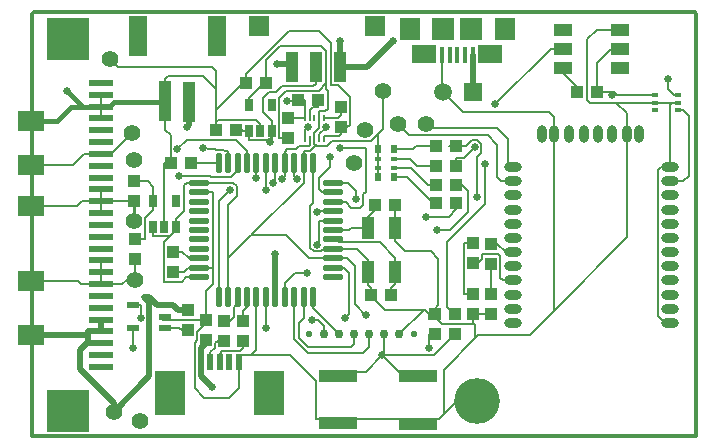
<source format=gtl>
G04 Layer_Physical_Order=1*
G04 Layer_Color=255*
%FSLAX25Y25*%
%MOIN*%
G70*
G01*
G75*
%ADD10C,0.03000*%
%ADD11R,0.07874X0.02402*%
%ADD12R,0.14173X0.14173*%
%ADD13R,0.05906X0.13386*%
%ADD14R,0.03937X0.13780*%
%ADD15R,0.02362X0.01654*%
%ADD16R,0.00886X0.02362*%
%ADD17R,0.02559X0.03937*%
%ADD18O,0.03150X0.05906*%
%ADD19O,0.05906X0.03150*%
%ADD20R,0.04331X0.03937*%
%ADD21R,0.03937X0.04331*%
%ADD22R,0.05906X0.03937*%
%ADD23R,0.09843X0.14961*%
%ADD24R,0.01969X0.05512*%
%ADD25R,0.12598X0.03937*%
%ADD26R,0.07087X0.07480*%
%ADD27R,0.07480X0.07480*%
%ADD28R,0.08268X0.06299*%
%ADD29R,0.01575X0.05315*%
%ADD30R,0.04134X0.02362*%
%ADD31R,0.03937X0.10039*%
%ADD32R,0.06693X0.06693*%
%ADD33R,0.02362X0.02559*%
%ADD34R,0.02362X0.01772*%
%ADD35R,0.04331X0.07480*%
%ADD36O,0.06890X0.02165*%
%ADD37O,0.02165X0.06890*%
%ADD38C,0.00800*%
%ADD39C,0.01600*%
%ADD40C,0.02000*%
%ADD41C,0.01000*%
%ADD42C,0.01200*%
%ADD43R,0.09000X0.07000*%
%ADD44C,0.05512*%
%ADD45R,0.05906X0.05906*%
%ADD46C,0.05906*%
%ADD47C,0.02500*%
%ADD48C,0.02100*%
%ADD49C,0.15201*%
D10*
X208478Y133219D02*
D03*
X203482Y133210D02*
D03*
X213481Y133218D02*
D03*
X223485Y133215D02*
D03*
X218482Y133216D02*
D03*
X228486Y133217D02*
D03*
D11*
X128929Y122389D02*
D03*
Y126334D02*
D03*
Y146044D02*
D03*
Y142102D02*
D03*
Y185462D02*
D03*
Y165753D02*
D03*
Y169695D02*
D03*
Y161811D02*
D03*
X128929Y189443D02*
D03*
Y201269D02*
D03*
Y197327D02*
D03*
Y217037D02*
D03*
Y193385D02*
D03*
X128929Y157869D02*
D03*
Y153927D02*
D03*
Y149985D02*
D03*
Y181521D02*
D03*
Y177579D02*
D03*
Y173637D02*
D03*
X128929Y213095D02*
D03*
Y209153D02*
D03*
Y205211D02*
D03*
X128929Y138160D02*
D03*
Y134218D02*
D03*
Y130276D02*
D03*
D12*
X117906Y231614D02*
D03*
Y107795D02*
D03*
D13*
X167593Y232672D02*
D03*
X141232Y232677D02*
D03*
D14*
X150476Y210842D02*
D03*
X158362Y210837D02*
D03*
D15*
X321339Y207941D02*
D03*
Y210500D02*
D03*
Y213059D02*
D03*
X313858Y207941D02*
D03*
Y210500D02*
D03*
Y213059D02*
D03*
D16*
X203350Y198349D02*
D03*
X201780Y198343D02*
D03*
X200206Y198342D02*
D03*
X197060Y198339D02*
D03*
X198634Y198340D02*
D03*
X198632Y205420D02*
D03*
X197058Y205420D02*
D03*
X200205Y205423D02*
D03*
X201779Y205423D02*
D03*
X203349Y205430D02*
D03*
D17*
X185906Y201102D02*
D03*
X182165D02*
D03*
X178425D02*
D03*
X185906Y209567D02*
D03*
X178425D02*
D03*
X146425Y177567D02*
D03*
X153906D02*
D03*
X146425Y169102D02*
D03*
X150165D02*
D03*
X153906D02*
D03*
D18*
X299326Y199994D02*
D03*
X308381D02*
D03*
X289877D02*
D03*
X294602D02*
D03*
X276098D02*
D03*
X285153D02*
D03*
X304444D02*
D03*
X280035D02*
D03*
D19*
X266255Y137002D02*
D03*
Y141726D02*
D03*
Y146450D02*
D03*
Y151175D02*
D03*
Y155899D02*
D03*
Y160624D02*
D03*
Y165348D02*
D03*
Y170072D02*
D03*
Y174797D02*
D03*
Y179521D02*
D03*
Y184246D02*
D03*
Y188970D02*
D03*
X318617D02*
D03*
Y184246D02*
D03*
Y179521D02*
D03*
Y174797D02*
D03*
Y170072D02*
D03*
Y165348D02*
D03*
Y160624D02*
D03*
Y155899D02*
D03*
Y151175D02*
D03*
Y146450D02*
D03*
Y141726D02*
D03*
Y137002D02*
D03*
D20*
X158945Y190500D02*
D03*
X152252D02*
D03*
X294445Y214000D02*
D03*
X287752D02*
D03*
X247445Y189500D02*
D03*
X240752D02*
D03*
X247445Y196000D02*
D03*
X240752D02*
D03*
X201445Y211500D02*
D03*
X194752D02*
D03*
X183945Y217000D02*
D03*
X177252D02*
D03*
X173945Y201500D02*
D03*
X167252D02*
D03*
X225748Y146500D02*
D03*
X219055D02*
D03*
X240752Y177000D02*
D03*
X247445D02*
D03*
X240752Y183000D02*
D03*
X247445D02*
D03*
X220252Y176500D02*
D03*
X226945D02*
D03*
D21*
X247000Y139945D02*
D03*
Y133252D02*
D03*
X140500Y164945D02*
D03*
Y158252D02*
D03*
X140000Y177555D02*
D03*
Y184248D02*
D03*
X259000Y163445D02*
D03*
Y156752D02*
D03*
X158000Y134555D02*
D03*
Y141248D02*
D03*
X253000Y157055D02*
D03*
Y163748D02*
D03*
X259000Y140055D02*
D03*
Y146748D02*
D03*
X253000Y140055D02*
D03*
Y146748D02*
D03*
X240500Y139945D02*
D03*
Y133252D02*
D03*
X191500Y198555D02*
D03*
Y205248D02*
D03*
X209000Y208945D02*
D03*
Y202252D02*
D03*
X164000Y131252D02*
D03*
Y137945D02*
D03*
X176500Y137748D02*
D03*
Y131055D02*
D03*
X170000Y137748D02*
D03*
Y131055D02*
D03*
X153000Y160748D02*
D03*
Y154055D02*
D03*
D22*
X302176Y222115D02*
D03*
X302176Y228413D02*
D03*
X302177Y234712D02*
D03*
X282879Y234713D02*
D03*
X282879Y228414D02*
D03*
X282878Y222116D02*
D03*
D23*
X152137Y113790D02*
D03*
X185192Y113778D02*
D03*
D24*
X165537Y123889D02*
D03*
X162387Y123889D02*
D03*
X168687Y123888D02*
D03*
X174986Y123887D02*
D03*
X171836Y123888D02*
D03*
D25*
X234671Y103507D02*
D03*
X234670Y119257D02*
D03*
X207890Y119261D02*
D03*
X207892Y103511D02*
D03*
D26*
X232060Y234873D02*
D03*
X263568Y234879D02*
D03*
D27*
X243086Y234873D02*
D03*
X252536Y234876D02*
D03*
D28*
X236784Y226802D02*
D03*
X258838Y226817D02*
D03*
D29*
X245247Y226314D02*
D03*
X242689Y226311D02*
D03*
X247807Y226316D02*
D03*
X250365Y226319D02*
D03*
X252932Y226323D02*
D03*
D30*
X150478Y135458D02*
D03*
X150471Y139164D02*
D03*
X150462Y142895D02*
D03*
X139840Y142906D02*
D03*
X139857Y135469D02*
D03*
D31*
X208565Y222264D02*
D03*
X200681Y222266D02*
D03*
X192805Y222265D02*
D03*
D32*
X220252Y235963D02*
D03*
X181675Y235936D02*
D03*
D33*
X221444Y185545D02*
D03*
X221443Y194986D02*
D03*
X226569Y194982D02*
D03*
X226569Y185541D02*
D03*
D34*
X221441Y188690D02*
D03*
X221441Y191838D02*
D03*
X226567Y191834D02*
D03*
X226566Y188686D02*
D03*
D35*
X227083Y154059D02*
D03*
Y168724D02*
D03*
X217929D02*
D03*
Y154157D02*
D03*
D36*
X161756Y152252D02*
D03*
Y155402D02*
D03*
Y158551D02*
D03*
Y161701D02*
D03*
Y164850D02*
D03*
Y168000D02*
D03*
Y171150D02*
D03*
Y174299D02*
D03*
Y177449D02*
D03*
Y180598D02*
D03*
Y183748D02*
D03*
X206244D02*
D03*
Y180598D02*
D03*
Y177449D02*
D03*
Y174299D02*
D03*
Y171150D02*
D03*
Y168000D02*
D03*
Y164850D02*
D03*
Y161701D02*
D03*
Y158551D02*
D03*
Y155402D02*
D03*
Y152252D02*
D03*
D37*
X168252Y190244D02*
D03*
X171402D02*
D03*
X174551D02*
D03*
X177701D02*
D03*
X180850D02*
D03*
X184000D02*
D03*
X187150D02*
D03*
X190299D02*
D03*
X193449D02*
D03*
X196598D02*
D03*
X199748D02*
D03*
Y145756D02*
D03*
X196598D02*
D03*
X193449D02*
D03*
X190299D02*
D03*
X187150D02*
D03*
X184000D02*
D03*
X180850D02*
D03*
X177701D02*
D03*
X174551D02*
D03*
X171402D02*
D03*
X168252D02*
D03*
D38*
X243237Y106644D02*
X247593Y111000D01*
X254500D01*
X244500Y142445D02*
Y164125D01*
Y142445D02*
X247000Y139945D01*
X243237Y121500D02*
X253600Y131863D01*
X243237Y106644D02*
Y121500D01*
X254837Y133100D01*
X253000Y137100D02*
X253321Y136779D01*
X253600Y136500D01*
X242665Y136779D02*
X253321D01*
X222800Y126300D02*
X240048D01*
X247000Y133252D01*
X237500Y172500D02*
X245000D01*
X247445Y174945D01*
Y177000D01*
X245500Y168000D02*
X251500Y174000D01*
X241000Y168000D02*
X245500D01*
X211252Y183748D02*
X214000Y181000D01*
Y178500D02*
Y181000D01*
X206244Y183748D02*
X211252D01*
X216500Y180000D02*
X217300Y180800D01*
X216500Y176500D02*
Y180000D01*
X215500Y175500D02*
X216500Y176500D01*
X212500Y175500D02*
X215500D01*
X210551Y177449D02*
X212500Y175500D01*
X206244Y177449D02*
X210551D01*
X217929Y168724D02*
Y172500D01*
X220252Y174823D01*
Y176500D01*
X217300Y180800D02*
Y195200D01*
X251500Y174000D02*
Y181000D01*
X249500Y183000D02*
X251500Y181000D01*
X247445Y183000D02*
X249500D01*
X254500Y179000D02*
Y192300D01*
X255850Y193650D01*
X244500Y164125D02*
X257000Y176625D01*
Y190000D01*
X190299Y150299D02*
X193650Y153650D01*
X197650D01*
X190299Y145756D02*
Y150299D01*
X255850Y193650D02*
Y196532D01*
X254532Y197850D02*
X255850Y196532D01*
X252668Y197850D02*
X254532D01*
X250818Y196000D02*
X252668Y197850D01*
X247445Y196000D02*
X250818D01*
X199500Y138100D02*
X199600Y138000D01*
X201500D01*
X203482Y136018D01*
Y133210D02*
Y136018D01*
X213667Y143333D02*
X217500Y139500D01*
X222800Y126300D02*
X223485Y126985D01*
Y133215D01*
X223714Y141500D02*
X236769D01*
X236945D01*
X228486Y133217D02*
X236769Y141500D01*
X218482Y128982D02*
Y133216D01*
X216500Y127000D02*
X218482Y128982D01*
X198000Y127000D02*
X216500D01*
X193449Y131551D02*
X198000Y127000D01*
X193449Y131551D02*
Y145756D01*
X196598Y138598D02*
Y145756D01*
X195000Y137000D02*
X196598Y138598D01*
X195000Y132000D02*
Y137000D01*
Y132000D02*
X198000Y129000D01*
X212500D01*
X213481Y129981D01*
Y133218D01*
X199748Y141949D02*
Y145756D01*
Y141949D02*
X208478Y133219D01*
X240000Y141500D02*
X241500Y143000D01*
X240945Y138500D02*
X242665Y136779D01*
X238500Y138500D02*
Y139945D01*
Y138500D02*
X240945D01*
X241500Y143000D02*
Y158451D01*
X236945Y141500D02*
X238500Y139945D01*
X219055Y146158D02*
Y148700D01*
Y146158D02*
X223714Y141500D01*
X221204Y105007D02*
X241600D01*
X253000Y137100D02*
Y140055D01*
X241600Y105007D02*
X243237Y106644D01*
X319400Y210400D02*
X321339Y210500D01*
X239700Y177000D02*
X240752D01*
X231159Y185541D02*
X239700Y177000D01*
X226569Y185541D02*
X231159D01*
X238100Y183000D02*
X240752D01*
X232414Y188686D02*
X238100Y183000D01*
X226566Y188686D02*
X232414D01*
X234400Y189500D02*
X240752D01*
X232066Y191834D02*
X234400Y189500D01*
X226567Y191834D02*
X232066D01*
X234118Y196000D02*
X240752D01*
X233100Y194982D02*
X234118Y196000D01*
X226569Y194982D02*
X233100D01*
X225748Y145500D02*
Y148600D01*
X227083Y149935D01*
Y154059D01*
X206244Y164850D02*
X207400D01*
X208350Y163900D01*
X221883D01*
X227083Y158700D01*
Y154059D02*
Y158700D01*
X212424Y168724D02*
X217929D01*
X211700Y168000D02*
X212424Y168724D01*
X206244Y168000D02*
X211700D01*
X163656Y190244D02*
X168252D01*
X163400Y190500D02*
X163656Y190244D01*
X158945Y190500D02*
X163400D01*
X177701Y142301D02*
Y145756D01*
X176500Y141100D02*
X177701Y142301D01*
X176500Y137748D02*
Y141100D01*
X174551Y143400D02*
Y145756D01*
X173500Y142349D02*
X174551Y143400D01*
X173500Y139148D02*
Y142349D01*
X172100Y137748D02*
X173500Y139148D01*
X170000Y137748D02*
X172100D01*
X158397Y158551D02*
X161756D01*
X156200Y160748D02*
X158397Y158551D01*
X153000Y160748D02*
X156200D01*
X238500Y128600D02*
Y133252D01*
X184000Y135400D02*
Y145756D01*
X140000Y184248D02*
X144577D01*
X146425Y182400D01*
Y177567D02*
Y182400D01*
Y174725D02*
Y177567D01*
X143800Y172100D02*
X146425Y174725D01*
X143800Y164945D02*
Y172100D01*
X140500Y164945D02*
X143800D01*
X320000Y213059D02*
X321339D01*
X318100Y214959D02*
X320000Y213059D01*
X318100Y214959D02*
Y218300D01*
X186425Y183575D02*
X187150Y184300D01*
Y190244D01*
X176500Y128800D02*
Y131055D01*
X175344Y127644D02*
X176500Y128800D01*
X169531Y127644D02*
X175344D01*
X168687Y126800D02*
X169531Y127644D01*
X168687Y123888D02*
Y126800D01*
X168000Y131055D02*
X170000D01*
X167137Y130192D02*
X168000Y131055D01*
X167137Y128800D02*
Y130192D01*
X165537Y127200D02*
X167137Y128800D01*
X165537Y123889D02*
Y127200D01*
X278900Y228414D02*
X282879D01*
X260486Y210000D02*
X278900Y228414D01*
X163150Y195300D02*
X171402Y194400D01*
Y190244D02*
Y194400D01*
X174551Y187900D02*
Y190244D01*
X172351Y185700D02*
X174551Y187900D01*
X165700Y185700D02*
X172351D01*
X165500Y185900D02*
X165700Y185700D01*
X155200Y185900D02*
X165500D01*
X139700Y135469D02*
X139857D01*
X203350Y198349D02*
Y199450D01*
X208450D02*
X209000Y200000D01*
Y202252D01*
X211200D01*
X212000Y203052D01*
Y212200D01*
X208000Y216200D02*
X212000Y212200D01*
X205596Y216200D02*
X208000D01*
X205596D02*
Y230400D01*
X201796Y234200D02*
X205596Y230400D01*
X191600Y234200D02*
X201796D01*
X177252Y219852D02*
X191600Y234200D01*
X177252Y217000D02*
Y219852D01*
X128900Y205211D02*
X128929D01*
X128900Y209153D02*
X128929D01*
X128900Y213095D02*
X128929D01*
Y209153D02*
X131700D01*
X150476Y210800D02*
Y210842D01*
X199748Y177130D02*
Y190244D01*
X198699Y176081D02*
X199748Y177130D01*
X198699Y162151D02*
Y176081D01*
Y162151D02*
X200000Y160850D01*
X202348D01*
X203199Y161701D01*
X206244D01*
X167252Y204000D02*
X168052Y204800D01*
X180565D01*
X182165Y203200D01*
Y201102D02*
Y203200D01*
X191500Y205248D02*
X194100D01*
X194272Y205420D01*
X197058D01*
X194752Y211500D02*
X197058D01*
X206244Y161701D02*
X214400D01*
X217929Y158172D01*
Y154157D02*
Y158172D01*
X194752Y211000D02*
Y211500D01*
X225445Y177500D02*
X227083D01*
X217929Y149826D02*
Y154157D01*
Y149826D02*
X219055Y148700D01*
X227083Y164268D02*
Y168724D01*
Y164268D02*
X230400Y160951D01*
X291200Y211300D02*
Y231512D01*
X292000Y210500D02*
X300800D01*
X304444Y206856D01*
Y199994D02*
Y206856D01*
X242689Y214000D02*
X243000D01*
X249600Y207400D01*
X278400D01*
X280035Y205765D01*
Y199994D02*
Y205765D01*
X253000Y140055D02*
X259000D01*
X174986Y123887D02*
Y126200D01*
X179200D02*
X180850Y127850D01*
Y145756D01*
X221200Y105011D02*
X221204Y105007D01*
X153000Y154055D02*
X156700D01*
X158046Y155402D01*
X161756D01*
Y180598D02*
X166200D01*
X166300Y180498D01*
Y155402D02*
Y180498D01*
X161756Y155402D02*
X166300D01*
X164000Y147800D02*
X166300Y150100D01*
X164000Y137945D02*
Y147800D01*
X149600Y139164D02*
X150471D01*
X201780Y198343D02*
Y199911D01*
X204000Y202130D01*
Y202400D01*
X168252Y177752D02*
X171900Y181400D01*
X168252Y145756D02*
Y177752D01*
X245000Y196000D02*
X247445D01*
X184000Y181200D02*
Y190244D01*
X247445Y189500D02*
Y192000D01*
X250000D01*
X253600Y195600D01*
X180850Y185200D02*
Y190244D01*
X200681Y216800D02*
Y222266D01*
X199750Y215869D02*
X200681Y216800D01*
X189219Y215869D02*
X199750D01*
X187350Y214000D02*
X189219Y215869D01*
X185000Y214000D02*
X187350D01*
X183100Y212100D02*
X185000Y214000D01*
X183100Y207306D02*
Y212100D01*
Y207306D02*
X185906Y204500D01*
Y201102D02*
Y204500D01*
X185306Y197500D02*
X185906Y198100D01*
X139840Y142906D02*
X142300D01*
X176298Y201102D02*
X178425D01*
X175900Y201500D02*
X176298Y201102D01*
X173945Y201500D02*
X175900D01*
X155977Y134555D02*
X158000D01*
X155074Y135458D02*
X155977Y134555D01*
X150478Y135458D02*
X155074D01*
X209000Y206400D02*
Y208945D01*
X208100Y205500D02*
X209000Y206400D01*
X203349Y205430D02*
Y205500D01*
X201445Y209011D02*
Y211500D01*
X199643Y209011D02*
X201445D01*
X198632Y208000D02*
X199643Y209011D01*
X198632Y205420D02*
Y208000D01*
X250000Y163748D02*
X253000D01*
X250000Y146748D02*
Y163748D01*
Y146748D02*
X253000D01*
X259000D02*
Y156752D01*
X287752Y214000D02*
Y215600D01*
X282878Y220474D02*
X287752Y215600D01*
X282878Y220474D02*
Y222116D01*
X262925Y151175D02*
X266255D01*
X262100Y152000D02*
X262925Y151175D01*
X262100Y152000D02*
Y159200D01*
X261300Y160000D02*
X262100Y159200D01*
X256000Y160000D02*
X261300D01*
X256000Y158255D02*
Y160000D01*
X254800Y157055D02*
X256000Y158255D01*
X253000Y157055D02*
X254800D01*
X264021Y160624D02*
X266255D01*
X261200Y163445D02*
X264021Y160624D01*
X259000Y163445D02*
X261200D01*
X321339Y207941D02*
X323200D01*
X325000Y206141D01*
Y186046D02*
Y206141D01*
X323200Y184246D02*
X325000Y186046D01*
X318617Y184246D02*
X323200D01*
X177701Y190244D02*
Y194499D01*
X174200Y198000D02*
X177701Y194499D01*
X157600Y198000D02*
X174200D01*
X154500Y194900D02*
X157600Y198000D01*
X132385Y193385D02*
X139500Y200500D01*
X128929Y193385D02*
X132385D01*
X209998Y155402D02*
X211800Y153600D01*
X210500Y138600D02*
X211800Y139900D01*
X217261Y120761D02*
X222800Y126300D01*
X207890Y120761D02*
X217261D01*
X206244Y155402D02*
X209998D01*
X211800Y139900D02*
Y153600D01*
X222800Y126300D02*
X228343Y120757D01*
X234670D01*
X262400Y184246D02*
X266255D01*
X261054Y185591D02*
X262400Y184246D01*
X261054Y185591D02*
Y196496D01*
X257877Y199673D02*
X261054Y196496D01*
X231827Y199673D02*
X257877D01*
X228000Y203500D02*
X231827Y199673D01*
X198634Y196407D02*
Y198340D01*
X198226Y196000D02*
X198634Y196407D01*
X195100Y196000D02*
X198226D01*
X194000Y194900D02*
X195100Y196000D01*
X191200Y194900D02*
X194000D01*
X190299Y193999D02*
X191200Y194900D01*
X190299Y190244D02*
Y193999D01*
X189400Y185000D02*
X190299Y185899D01*
Y190244D01*
X201700Y163800D02*
Y171150D01*
X140500Y151500D02*
Y158252D01*
X137615Y151500D02*
X140500D01*
X136100Y149985D02*
X137615Y151500D01*
X128929Y149985D02*
X136100D01*
X128900Y157869D02*
X128929D01*
X128900Y153927D02*
X128929D01*
X128900Y149985D02*
X128929D01*
X197060Y198339D02*
Y201260D01*
X198000Y202200D01*
X193449Y185851D02*
X194300Y185000D01*
X193449Y185851D02*
Y190244D01*
X201399Y174299D02*
X206244D01*
X201200Y174100D02*
X201399Y174299D01*
X140000Y177555D02*
Y177579D01*
X128900Y181521D02*
X128929D01*
X128900Y173637D02*
X128929D01*
X128900Y177579D02*
X128929D01*
X264700Y188970D02*
X266255D01*
X261200Y201900D02*
X264700Y198400D01*
X237500Y201900D02*
Y203500D01*
X299200Y228413D02*
X302176D01*
X294445Y223657D02*
X299200Y228413D01*
X294445Y214000D02*
Y223657D01*
X178425Y209567D02*
Y212055D01*
X183370Y217000D01*
X183945D01*
Y224545D01*
X188800Y229400D01*
X201600Y214469D02*
X204196Y217065D01*
X190869Y214469D02*
X201600D01*
X188500Y212100D02*
X190869Y214469D01*
X188500Y198555D02*
Y212100D01*
Y198555D02*
X191500D01*
X188800Y229400D02*
X202500D01*
X204196Y227704D01*
Y214845D02*
X204700Y214341D01*
Y208500D02*
Y214341D01*
X203811Y207611D02*
X204700Y208500D01*
X201779Y207611D02*
X203811D01*
X201779Y205423D02*
Y207611D01*
X221444Y185545D02*
Y187100D01*
X221441Y187103D02*
X221444Y187100D01*
X221441Y187103D02*
Y188690D01*
Y190200D01*
X221441Y191838D01*
Y193400D01*
X221443Y193402D01*
Y194986D01*
Y200043D01*
X223000Y201600D02*
Y214500D01*
X204439Y196089D02*
X206006Y197656D01*
X200917Y196089D02*
X204439D01*
X200206Y196800D02*
Y198342D01*
X201779Y204650D02*
Y205423D01*
X201750Y204621D02*
X201779Y204650D01*
X201750Y201871D02*
Y204621D01*
X200206Y200328D02*
X201750Y201871D01*
X200206Y198342D02*
Y200328D01*
X213667Y143333D02*
Y155884D01*
X211000Y158551D02*
X213667Y155884D01*
X206244Y158551D02*
X211000D01*
X179198Y166400D02*
X190551D01*
X198400Y158551D01*
X206244D01*
X157600Y183748D02*
X161756D01*
X156800Y182948D02*
X157600Y183748D01*
X156800Y174494D02*
Y182948D01*
X153906Y171600D02*
X156800Y174494D01*
X153906Y169102D02*
Y171600D01*
Y167906D02*
Y169102D01*
X146425Y166100D02*
X152100D01*
X146425D02*
Y169102D01*
X150000Y150800D02*
Y164000D01*
Y150800D02*
X156000D01*
X157452Y152252D01*
X161756D01*
X178425Y198000D02*
X184800D01*
X178425D02*
Y201102D01*
X171402Y145756D02*
Y158603D01*
X196598Y183800D02*
Y190244D01*
X301141Y213059D02*
X313858D01*
X201700Y171150D02*
X206244D01*
X201000Y163100D02*
X201700Y163800D01*
X192200Y126200D02*
X200589Y117811D01*
Y105011D02*
Y117811D01*
Y105011D02*
X221200D01*
X316998Y137002D02*
X318617D01*
X314600Y139400D02*
X316998Y137002D01*
X314600Y139400D02*
Y188000D01*
X315570Y188970D01*
X165900Y222300D02*
X167252Y220948D01*
X134700Y222300D02*
X165900D01*
X132000Y225000D02*
X134700Y222300D01*
X163200Y219200D02*
X167252Y215148D01*
X151276Y219200D02*
X163200D01*
X150476Y218400D02*
X151276Y219200D01*
X150476Y210842D02*
Y218400D01*
X167252Y207900D02*
X176352Y217000D01*
X177252D01*
X150476Y201476D02*
X152250Y199702D01*
X120992Y175992D02*
X122579Y177579D01*
X105630Y175992D02*
X120992D01*
X105585Y150932D02*
X121539D01*
X122485Y149985D01*
X128814Y193500D02*
X128929Y193385D01*
X123500Y193500D02*
X128814D01*
X119803Y189803D02*
X123500Y193500D01*
X105577Y189803D02*
X119803D01*
X319300Y210500D02*
X319400Y210400D01*
X313858Y210500D02*
X319300D01*
X294400Y234712D02*
X302177D01*
X291200Y231512D02*
X294400Y234712D01*
X291200Y211300D02*
X292000Y210500D01*
X300800D02*
X313858D01*
X254837Y133100D02*
X272000D01*
X280035Y141135D02*
Y199994D01*
X230400Y160951D02*
X239000D01*
X304444Y165544D02*
Y199994D01*
X239000Y160951D02*
X241500Y158451D01*
X253600Y131863D02*
Y136500D01*
X174986Y115200D02*
Y123887D01*
X171786Y112000D02*
X174986Y115200D01*
X163500Y112000D02*
X171786D01*
X160300Y115200D02*
X163500Y112000D01*
X160300Y115200D02*
Y130500D01*
X161000Y131200D01*
Y134000D01*
X164000Y137000D01*
Y137945D01*
X202702Y180598D02*
X206244D01*
X201700Y181600D02*
X202702Y180598D01*
X201700Y181600D02*
Y185400D01*
X205400Y189100D01*
Y192300D01*
X299259Y213059D02*
X300200Y214000D01*
X206006Y197656D02*
X219056D01*
X200606Y196400D02*
X200917Y196089D01*
X198706Y194500D02*
X200606Y196400D01*
X196598Y194500D02*
X198706D01*
X196598Y190244D02*
Y194500D01*
X171402Y176353D02*
X174400Y179351D01*
Y182551D01*
X173203Y183748D02*
X174400Y182551D01*
X161756Y183748D02*
X173203D01*
X150165Y190500D02*
X152250D01*
X152252D01*
X166300Y150100D02*
Y155402D01*
X179200Y126200D02*
X192200D01*
X150476Y201476D02*
Y210800D01*
X167252Y215148D02*
Y220948D01*
Y201500D02*
Y204000D01*
Y207900D01*
Y215148D01*
X272000Y133100D02*
X280035Y141135D01*
X304444Y165544D01*
X315570Y188970D02*
X318600D01*
X318617D01*
X318600Y209600D02*
X319400Y210400D01*
X185906Y198100D02*
Y199106D01*
Y201102D01*
X122485Y149985D02*
X128900D01*
X122579Y177579D02*
X128900D01*
X150000Y164000D02*
X152100Y166100D01*
X153906Y167906D01*
X171402Y158603D02*
Y176353D01*
Y158603D02*
X179198Y166400D01*
X196598Y183800D01*
X200206Y196800D02*
X200606Y196400D01*
X219056Y197656D02*
X221443Y200043D01*
X223000Y201600D01*
X204196Y214845D02*
Y217065D01*
Y227704D01*
X208800Y195200D02*
X217300D01*
X300200Y214000D02*
X301141Y213059D01*
X294445Y214000D02*
X300200D01*
X237500Y201900D02*
X261200D01*
X264700Y188970D02*
Y198400D01*
X128929Y177579D02*
X140000D01*
X128900D02*
Y181521D01*
Y173637D02*
Y177579D01*
Y153927D02*
Y157869D01*
Y149985D02*
Y153927D01*
X203349Y205500D02*
X208100D01*
X184800Y198000D02*
X185906Y199106D01*
X142300Y138600D02*
Y142906D01*
X318600Y188970D02*
Y209600D01*
X242689Y214000D02*
Y226311D01*
X227083Y168724D02*
Y177500D01*
X203350Y199450D02*
X208450D01*
X197058Y205420D02*
Y211500D01*
X191000Y211000D02*
X194752D01*
X128900Y209153D02*
Y213095D01*
Y205211D02*
Y209153D01*
X174986Y126200D02*
X179200D01*
X152250Y190500D02*
Y199702D01*
X150165Y169102D02*
Y190500D01*
X149600Y137945D02*
X164000D01*
X149600D02*
Y139164D01*
X139700Y128800D02*
Y135469D01*
D39*
X123000Y209153D02*
X128900D01*
X119153D02*
X123000D01*
X117653Y214500D02*
X123000Y209153D01*
X131700D02*
X133347Y210800D01*
X105555Y204468D02*
X114468D01*
X119153Y209153D01*
X133347Y210800D02*
X150476D01*
D40*
X128929Y134218D02*
Y138160D01*
X252932Y220168D02*
Y226323D01*
Y220168D02*
X253000Y220100D01*
Y214000D02*
Y220100D01*
X217600Y222200D02*
X226400Y231000D01*
X208565Y222200D02*
Y222264D01*
Y231000D01*
X157600Y202300D02*
X158362Y203062D01*
Y210837D01*
X192805Y222265D02*
Y223361D01*
X187150Y145756D02*
Y160150D01*
X162387Y119313D02*
X165900Y115800D01*
X162387Y119313D02*
Y123889D01*
X164000Y130313D02*
Y131252D01*
X162387Y128700D02*
X164000Y130313D01*
X162387Y123889D02*
Y128700D01*
X154700Y141248D02*
X158000D01*
X153053Y142895D02*
X154700Y141248D01*
X150462Y142895D02*
X153053D01*
X144971Y145687D02*
X147763Y142895D01*
X150462D01*
X143513Y145687D02*
X145200Y144000D01*
Y119200D02*
Y144000D01*
X133500Y107500D02*
X145200Y119200D01*
X124800Y134218D02*
X128929D01*
X122200Y128000D02*
X124476Y130276D01*
X122200Y121718D02*
Y128000D01*
Y121718D02*
X133500Y110418D01*
Y107500D02*
Y110418D01*
X105630Y132992D02*
X124800D01*
X124476Y130276D02*
X124800D01*
X128929D01*
X143513Y145687D02*
X144971D01*
X124800Y132992D02*
Y134218D01*
Y130276D02*
Y132992D01*
X187861Y223361D02*
X192805D01*
X208565Y222200D02*
X217600D01*
D41*
X140000Y171000D02*
Y177555D01*
D42*
X106570Y240570D02*
X326930D01*
X106000Y240000D02*
X106570Y240570D01*
X106000Y99500D02*
Y240000D01*
X327500Y99500D02*
Y240000D01*
X106000Y99500D02*
X327500D01*
D43*
X105577Y189803D02*
D03*
X105585Y150932D02*
D03*
X105630Y175992D02*
D03*
X105555Y204468D02*
D03*
X105630Y132992D02*
D03*
D44*
X223000Y214500D02*
D03*
X132000Y225000D02*
D03*
X133500Y107500D02*
D03*
X213500Y190500D02*
D03*
X217000Y201500D02*
D03*
X139500Y200500D02*
D03*
X237500Y203500D02*
D03*
X228000D02*
D03*
X140500Y151500D02*
D03*
X140000Y171000D02*
D03*
Y191500D02*
D03*
X142000Y104500D02*
D03*
D45*
X253000Y214000D02*
D03*
D46*
X243000D02*
D03*
D47*
X237500Y172500D02*
D03*
X241000Y168000D02*
D03*
X214000Y178500D02*
D03*
X254500Y179000D02*
D03*
X257000Y190000D02*
D03*
X197650Y153650D02*
D03*
X199500Y138100D02*
D03*
X217500Y139600D02*
D03*
X184000Y135400D02*
D03*
X117653Y214500D02*
D03*
X238500Y128600D02*
D03*
X318100Y218300D02*
D03*
X186425Y183575D02*
D03*
X260486Y210000D02*
D03*
X163150Y195300D02*
D03*
X155200Y185900D02*
D03*
X139700Y128800D02*
D03*
X191000Y211000D02*
D03*
X204000Y202400D02*
D03*
X171900Y181400D02*
D03*
X184000Y181200D02*
D03*
X253600Y195600D02*
D03*
X180850Y185200D02*
D03*
X185306Y197500D02*
D03*
X142300Y138600D02*
D03*
X154500Y194900D02*
D03*
X210500Y138600D02*
D03*
X222800Y126300D02*
D03*
X189400Y185000D02*
D03*
X198000Y202200D02*
D03*
X194300Y185000D02*
D03*
X201200Y174100D02*
D03*
X226400Y231000D02*
D03*
X208565D02*
D03*
X157600Y202300D02*
D03*
X187150Y160150D02*
D03*
X187861Y223361D02*
D03*
X165900Y115800D02*
D03*
X201000Y163100D02*
D03*
X205400Y192300D02*
D03*
X299259Y213059D02*
D03*
X208800Y195200D02*
D03*
D48*
X198492Y133221D02*
D03*
X233488Y133212D02*
D03*
D49*
X254500Y111000D02*
D03*
M02*

</source>
